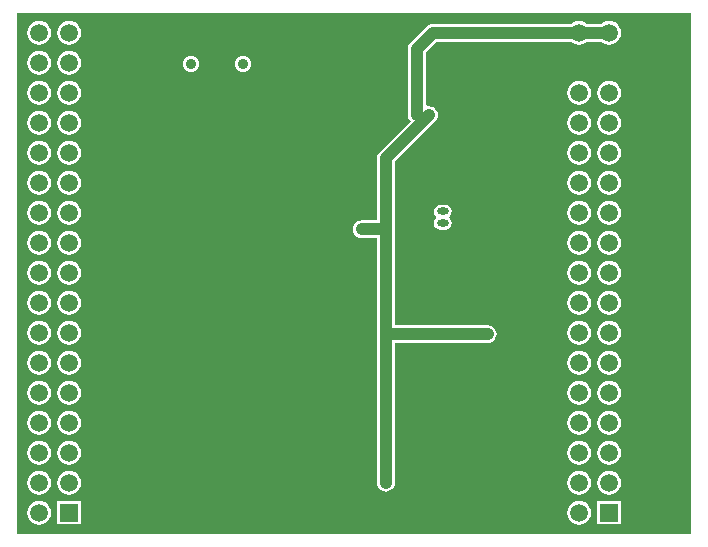
<source format=gbl>
G04 Layer_Physical_Order=2*
G04 Layer_Color=16711680*
%FSLAX25Y25*%
%MOIN*%
G70*
G01*
G75*
%ADD25C,0.03937*%
%ADD26C,0.01969*%
%ADD27C,0.03543*%
%ADD28R,0.05906X0.05906*%
%ADD29C,0.05906*%
%ADD30O,0.03937X0.02362*%
%ADD31C,0.03937*%
G36*
X226154Y1405D02*
X1405D01*
Y175095D01*
X226154D01*
Y1405D01*
D02*
G37*
%LPC*%
G36*
X188819Y62471D02*
X187791Y62336D01*
X186833Y61939D01*
X186011Y61308D01*
X185380Y60486D01*
X184983Y59528D01*
X184848Y58500D01*
X184983Y57472D01*
X185380Y56515D01*
X186011Y55692D01*
X186833Y55061D01*
X187791Y54664D01*
X188819Y54529D01*
X189847Y54664D01*
X190804Y55061D01*
X191627Y55692D01*
X192258Y56515D01*
X192655Y57472D01*
X192790Y58500D01*
X192655Y59528D01*
X192258Y60486D01*
X191627Y61308D01*
X190804Y61939D01*
X189847Y62336D01*
X188819Y62471D01*
D02*
G37*
G36*
X18819D02*
X17791Y62336D01*
X16833Y61939D01*
X16011Y61308D01*
X15380Y60486D01*
X14983Y59528D01*
X14848Y58500D01*
X14983Y57472D01*
X15380Y56515D01*
X16011Y55692D01*
X16833Y55061D01*
X17791Y54664D01*
X18819Y54529D01*
X19847Y54664D01*
X20804Y55061D01*
X21627Y55692D01*
X22258Y56515D01*
X22655Y57472D01*
X22790Y58500D01*
X22655Y59528D01*
X22258Y60486D01*
X21627Y61308D01*
X20804Y61939D01*
X19847Y62336D01*
X18819Y62471D01*
D02*
G37*
G36*
X8819Y72471D02*
X7791Y72336D01*
X6833Y71939D01*
X6011Y71308D01*
X5380Y70486D01*
X4983Y69528D01*
X4848Y68500D01*
X4983Y67472D01*
X5380Y66514D01*
X6011Y65692D01*
X6833Y65061D01*
X7791Y64664D01*
X8819Y64529D01*
X9847Y64664D01*
X10804Y65061D01*
X11627Y65692D01*
X12258Y66514D01*
X12655Y67472D01*
X12790Y68500D01*
X12655Y69528D01*
X12258Y70486D01*
X11627Y71308D01*
X10804Y71939D01*
X9847Y72336D01*
X8819Y72471D01*
D02*
G37*
G36*
X198819Y62471D02*
X197791Y62336D01*
X196833Y61939D01*
X196011Y61308D01*
X195380Y60486D01*
X194983Y59528D01*
X194848Y58500D01*
X194983Y57472D01*
X195380Y56515D01*
X196011Y55692D01*
X196833Y55061D01*
X197791Y54664D01*
X198819Y54529D01*
X199847Y54664D01*
X200804Y55061D01*
X201627Y55692D01*
X202258Y56515D01*
X202655Y57472D01*
X202790Y58500D01*
X202655Y59528D01*
X202258Y60486D01*
X201627Y61308D01*
X200804Y61939D01*
X199847Y62336D01*
X198819Y62471D01*
D02*
G37*
G36*
X188819Y52471D02*
X187791Y52336D01*
X186833Y51939D01*
X186011Y51308D01*
X185380Y50485D01*
X184983Y49528D01*
X184848Y48500D01*
X184983Y47472D01*
X185380Y46514D01*
X186011Y45692D01*
X186833Y45061D01*
X187791Y44664D01*
X188819Y44529D01*
X189847Y44664D01*
X190804Y45061D01*
X191627Y45692D01*
X192258Y46514D01*
X192655Y47472D01*
X192790Y48500D01*
X192655Y49528D01*
X192258Y50485D01*
X191627Y51308D01*
X190804Y51939D01*
X189847Y52336D01*
X188819Y52471D01*
D02*
G37*
G36*
X18819D02*
X17791Y52336D01*
X16833Y51939D01*
X16011Y51308D01*
X15380Y50485D01*
X14983Y49528D01*
X14848Y48500D01*
X14983Y47472D01*
X15380Y46514D01*
X16011Y45692D01*
X16833Y45061D01*
X17791Y44664D01*
X18819Y44529D01*
X19847Y44664D01*
X20804Y45061D01*
X21627Y45692D01*
X22258Y46514D01*
X22655Y47472D01*
X22790Y48500D01*
X22655Y49528D01*
X22258Y50485D01*
X21627Y51308D01*
X20804Y51939D01*
X19847Y52336D01*
X18819Y52471D01*
D02*
G37*
G36*
X8819Y62471D02*
X7791Y62336D01*
X6833Y61939D01*
X6011Y61308D01*
X5380Y60486D01*
X4983Y59528D01*
X4848Y58500D01*
X4983Y57472D01*
X5380Y56515D01*
X6011Y55692D01*
X6833Y55061D01*
X7791Y54664D01*
X8819Y54529D01*
X9847Y54664D01*
X10804Y55061D01*
X11627Y55692D01*
X12258Y56515D01*
X12655Y57472D01*
X12790Y58500D01*
X12655Y59528D01*
X12258Y60486D01*
X11627Y61308D01*
X10804Y61939D01*
X9847Y62336D01*
X8819Y62471D01*
D02*
G37*
G36*
X198819Y52471D02*
X197791Y52336D01*
X196833Y51939D01*
X196011Y51308D01*
X195380Y50485D01*
X194983Y49528D01*
X194848Y48500D01*
X194983Y47472D01*
X195380Y46514D01*
X196011Y45692D01*
X196833Y45061D01*
X197791Y44664D01*
X198819Y44529D01*
X199847Y44664D01*
X200804Y45061D01*
X201627Y45692D01*
X202258Y46514D01*
X202655Y47472D01*
X202790Y48500D01*
X202655Y49528D01*
X202258Y50485D01*
X201627Y51308D01*
X200804Y51939D01*
X199847Y52336D01*
X198819Y52471D01*
D02*
G37*
G36*
X188819Y82471D02*
X187791Y82336D01*
X186833Y81939D01*
X186011Y81308D01*
X185380Y80485D01*
X184983Y79528D01*
X184848Y78500D01*
X184983Y77472D01*
X185380Y76515D01*
X186011Y75692D01*
X186833Y75061D01*
X187791Y74664D01*
X188819Y74529D01*
X189847Y74664D01*
X190804Y75061D01*
X191627Y75692D01*
X192258Y76515D01*
X192655Y77472D01*
X192790Y78500D01*
X192655Y79528D01*
X192258Y80485D01*
X191627Y81308D01*
X190804Y81939D01*
X189847Y82336D01*
X188819Y82471D01*
D02*
G37*
G36*
X18819D02*
X17791Y82336D01*
X16833Y81939D01*
X16011Y81308D01*
X15380Y80485D01*
X14983Y79528D01*
X14848Y78500D01*
X14983Y77472D01*
X15380Y76515D01*
X16011Y75692D01*
X16833Y75061D01*
X17791Y74664D01*
X18819Y74529D01*
X19847Y74664D01*
X20804Y75061D01*
X21627Y75692D01*
X22258Y76515D01*
X22655Y77472D01*
X22790Y78500D01*
X22655Y79528D01*
X22258Y80485D01*
X21627Y81308D01*
X20804Y81939D01*
X19847Y82336D01*
X18819Y82471D01*
D02*
G37*
G36*
X8819Y92471D02*
X7791Y92336D01*
X6833Y91939D01*
X6011Y91308D01*
X5380Y90486D01*
X4983Y89528D01*
X4848Y88500D01*
X4983Y87472D01*
X5380Y86515D01*
X6011Y85692D01*
X6833Y85061D01*
X7791Y84664D01*
X8819Y84529D01*
X9847Y84664D01*
X10804Y85061D01*
X11627Y85692D01*
X12258Y86515D01*
X12655Y87472D01*
X12790Y88500D01*
X12655Y89528D01*
X12258Y90486D01*
X11627Y91308D01*
X10804Y91939D01*
X9847Y92336D01*
X8819Y92471D01*
D02*
G37*
G36*
X198819Y82471D02*
X197791Y82336D01*
X196833Y81939D01*
X196011Y81308D01*
X195380Y80485D01*
X194983Y79528D01*
X194848Y78500D01*
X194983Y77472D01*
X195380Y76515D01*
X196011Y75692D01*
X196833Y75061D01*
X197791Y74664D01*
X198819Y74529D01*
X199847Y74664D01*
X200804Y75061D01*
X201627Y75692D01*
X202258Y76515D01*
X202655Y77472D01*
X202790Y78500D01*
X202655Y79528D01*
X202258Y80485D01*
X201627Y81308D01*
X200804Y81939D01*
X199847Y82336D01*
X198819Y82471D01*
D02*
G37*
G36*
X188819Y72471D02*
X187791Y72336D01*
X186833Y71939D01*
X186011Y71308D01*
X185380Y70486D01*
X184983Y69528D01*
X184848Y68500D01*
X184983Y67472D01*
X185380Y66514D01*
X186011Y65692D01*
X186833Y65061D01*
X187791Y64664D01*
X188819Y64529D01*
X189847Y64664D01*
X190804Y65061D01*
X191627Y65692D01*
X192258Y66514D01*
X192655Y67472D01*
X192790Y68500D01*
X192655Y69528D01*
X192258Y70486D01*
X191627Y71308D01*
X190804Y71939D01*
X189847Y72336D01*
X188819Y72471D01*
D02*
G37*
G36*
X18819D02*
X17791Y72336D01*
X16833Y71939D01*
X16011Y71308D01*
X15380Y70486D01*
X14983Y69528D01*
X14848Y68500D01*
X14983Y67472D01*
X15380Y66514D01*
X16011Y65692D01*
X16833Y65061D01*
X17791Y64664D01*
X18819Y64529D01*
X19847Y64664D01*
X20804Y65061D01*
X21627Y65692D01*
X22258Y66514D01*
X22655Y67472D01*
X22790Y68500D01*
X22655Y69528D01*
X22258Y70486D01*
X21627Y71308D01*
X20804Y71939D01*
X19847Y72336D01*
X18819Y72471D01*
D02*
G37*
G36*
X8819Y82471D02*
X7791Y82336D01*
X6833Y81939D01*
X6011Y81308D01*
X5380Y80485D01*
X4983Y79528D01*
X4848Y78500D01*
X4983Y77472D01*
X5380Y76515D01*
X6011Y75692D01*
X6833Y75061D01*
X7791Y74664D01*
X8819Y74529D01*
X9847Y74664D01*
X10804Y75061D01*
X11627Y75692D01*
X12258Y76515D01*
X12655Y77472D01*
X12790Y78500D01*
X12655Y79528D01*
X12258Y80485D01*
X11627Y81308D01*
X10804Y81939D01*
X9847Y82336D01*
X8819Y82471D01*
D02*
G37*
G36*
X198819Y72471D02*
X197791Y72336D01*
X196833Y71939D01*
X196011Y71308D01*
X195380Y70486D01*
X194983Y69528D01*
X194848Y68500D01*
X194983Y67472D01*
X195380Y66514D01*
X196011Y65692D01*
X196833Y65061D01*
X197791Y64664D01*
X198819Y64529D01*
X199847Y64664D01*
X200804Y65061D01*
X201627Y65692D01*
X202258Y66514D01*
X202655Y67472D01*
X202790Y68500D01*
X202655Y69528D01*
X202258Y70486D01*
X201627Y71308D01*
X200804Y71939D01*
X199847Y72336D01*
X198819Y72471D01*
D02*
G37*
G36*
X8819Y52471D02*
X7791Y52336D01*
X6833Y51939D01*
X6011Y51308D01*
X5380Y50485D01*
X4983Y49528D01*
X4848Y48500D01*
X4983Y47472D01*
X5380Y46514D01*
X6011Y45692D01*
X6833Y45061D01*
X7791Y44664D01*
X8819Y44529D01*
X9847Y44664D01*
X10804Y45061D01*
X11627Y45692D01*
X12258Y46514D01*
X12655Y47472D01*
X12790Y48500D01*
X12655Y49528D01*
X12258Y50485D01*
X11627Y51308D01*
X10804Y51939D01*
X9847Y52336D01*
X8819Y52471D01*
D02*
G37*
G36*
X18819Y22471D02*
X17791Y22336D01*
X16833Y21939D01*
X16011Y21308D01*
X15380Y20485D01*
X14983Y19528D01*
X14848Y18500D01*
X14983Y17472D01*
X15380Y16514D01*
X16011Y15692D01*
X16833Y15061D01*
X17791Y14664D01*
X18819Y14529D01*
X19847Y14664D01*
X20804Y15061D01*
X21627Y15692D01*
X22258Y16514D01*
X22655Y17472D01*
X22790Y18500D01*
X22655Y19528D01*
X22258Y20485D01*
X21627Y21308D01*
X20804Y21939D01*
X19847Y22336D01*
X18819Y22471D01*
D02*
G37*
G36*
X8819D02*
X7791Y22336D01*
X6833Y21939D01*
X6011Y21308D01*
X5380Y20485D01*
X4983Y19528D01*
X4848Y18500D01*
X4983Y17472D01*
X5380Y16514D01*
X6011Y15692D01*
X6833Y15061D01*
X7791Y14664D01*
X8819Y14529D01*
X9847Y14664D01*
X10804Y15061D01*
X11627Y15692D01*
X12258Y16514D01*
X12655Y17472D01*
X12790Y18500D01*
X12655Y19528D01*
X12258Y20485D01*
X11627Y21308D01*
X10804Y21939D01*
X9847Y22336D01*
X8819Y22471D01*
D02*
G37*
G36*
X198819D02*
X197791Y22336D01*
X196833Y21939D01*
X196011Y21308D01*
X195380Y20485D01*
X194983Y19528D01*
X194848Y18500D01*
X194983Y17472D01*
X195380Y16514D01*
X196011Y15692D01*
X196833Y15061D01*
X197791Y14664D01*
X198819Y14529D01*
X199847Y14664D01*
X200804Y15061D01*
X201627Y15692D01*
X202258Y16514D01*
X202655Y17472D01*
X202790Y18500D01*
X202655Y19528D01*
X202258Y20485D01*
X201627Y21308D01*
X200804Y21939D01*
X199847Y22336D01*
X198819Y22471D01*
D02*
G37*
G36*
X188819D02*
X187791Y22336D01*
X186833Y21939D01*
X186011Y21308D01*
X185380Y20485D01*
X184983Y19528D01*
X184848Y18500D01*
X184983Y17472D01*
X185380Y16514D01*
X186011Y15692D01*
X186833Y15061D01*
X187791Y14664D01*
X188819Y14529D01*
X189847Y14664D01*
X190804Y15061D01*
X191627Y15692D01*
X192258Y16514D01*
X192655Y17472D01*
X192790Y18500D01*
X192655Y19528D01*
X192258Y20485D01*
X191627Y21308D01*
X190804Y21939D01*
X189847Y22336D01*
X188819Y22471D01*
D02*
G37*
G36*
Y12471D02*
X187791Y12336D01*
X186833Y11939D01*
X186011Y11308D01*
X185380Y10486D01*
X184983Y9528D01*
X184848Y8500D01*
X184983Y7472D01*
X185380Y6515D01*
X186011Y5692D01*
X186833Y5061D01*
X187791Y4664D01*
X188819Y4529D01*
X189847Y4664D01*
X190804Y5061D01*
X191627Y5692D01*
X192258Y6515D01*
X192655Y7472D01*
X192790Y8500D01*
X192655Y9528D01*
X192258Y10486D01*
X191627Y11308D01*
X190804Y11939D01*
X189847Y12336D01*
X188819Y12471D01*
D02*
G37*
G36*
X8819D02*
X7791Y12336D01*
X6833Y11939D01*
X6011Y11308D01*
X5380Y10486D01*
X4983Y9528D01*
X4848Y8500D01*
X4983Y7472D01*
X5380Y6515D01*
X6011Y5692D01*
X6833Y5061D01*
X7791Y4664D01*
X8819Y4529D01*
X9847Y4664D01*
X10804Y5061D01*
X11627Y5692D01*
X12258Y6515D01*
X12655Y7472D01*
X12790Y8500D01*
X12655Y9528D01*
X12258Y10486D01*
X11627Y11308D01*
X10804Y11939D01*
X9847Y12336D01*
X8819Y12471D01*
D02*
G37*
G36*
X202756Y12437D02*
X194882D01*
Y4563D01*
X202756D01*
Y12437D01*
D02*
G37*
G36*
X22756D02*
X14882D01*
Y4563D01*
X22756D01*
Y12437D01*
D02*
G37*
G36*
X18819Y42471D02*
X17791Y42336D01*
X16833Y41939D01*
X16011Y41308D01*
X15380Y40486D01*
X14983Y39528D01*
X14848Y38500D01*
X14983Y37472D01*
X15380Y36514D01*
X16011Y35692D01*
X16833Y35061D01*
X17791Y34664D01*
X18819Y34529D01*
X19847Y34664D01*
X20804Y35061D01*
X21627Y35692D01*
X22258Y36514D01*
X22655Y37472D01*
X22790Y38500D01*
X22655Y39528D01*
X22258Y40486D01*
X21627Y41308D01*
X20804Y41939D01*
X19847Y42336D01*
X18819Y42471D01*
D02*
G37*
G36*
X8819D02*
X7791Y42336D01*
X6833Y41939D01*
X6011Y41308D01*
X5380Y40486D01*
X4983Y39528D01*
X4848Y38500D01*
X4983Y37472D01*
X5380Y36514D01*
X6011Y35692D01*
X6833Y35061D01*
X7791Y34664D01*
X8819Y34529D01*
X9847Y34664D01*
X10804Y35061D01*
X11627Y35692D01*
X12258Y36514D01*
X12655Y37472D01*
X12790Y38500D01*
X12655Y39528D01*
X12258Y40486D01*
X11627Y41308D01*
X10804Y41939D01*
X9847Y42336D01*
X8819Y42471D01*
D02*
G37*
G36*
X198819D02*
X197791Y42336D01*
X196833Y41939D01*
X196011Y41308D01*
X195380Y40486D01*
X194983Y39528D01*
X194848Y38500D01*
X194983Y37472D01*
X195380Y36514D01*
X196011Y35692D01*
X196833Y35061D01*
X197791Y34664D01*
X198819Y34529D01*
X199847Y34664D01*
X200804Y35061D01*
X201627Y35692D01*
X202258Y36514D01*
X202655Y37472D01*
X202790Y38500D01*
X202655Y39528D01*
X202258Y40486D01*
X201627Y41308D01*
X200804Y41939D01*
X199847Y42336D01*
X198819Y42471D01*
D02*
G37*
G36*
X188819D02*
X187791Y42336D01*
X186833Y41939D01*
X186011Y41308D01*
X185380Y40486D01*
X184983Y39528D01*
X184848Y38500D01*
X184983Y37472D01*
X185380Y36514D01*
X186011Y35692D01*
X186833Y35061D01*
X187791Y34664D01*
X188819Y34529D01*
X189847Y34664D01*
X190804Y35061D01*
X191627Y35692D01*
X192258Y36514D01*
X192655Y37472D01*
X192790Y38500D01*
X192655Y39528D01*
X192258Y40486D01*
X191627Y41308D01*
X190804Y41939D01*
X189847Y42336D01*
X188819Y42471D01*
D02*
G37*
G36*
X18819Y32471D02*
X17791Y32336D01*
X16833Y31939D01*
X16011Y31308D01*
X15380Y30485D01*
X14983Y29528D01*
X14848Y28500D01*
X14983Y27472D01*
X15380Y26515D01*
X16011Y25692D01*
X16833Y25061D01*
X17791Y24664D01*
X18819Y24529D01*
X19847Y24664D01*
X20804Y25061D01*
X21627Y25692D01*
X22258Y26515D01*
X22655Y27472D01*
X22790Y28500D01*
X22655Y29528D01*
X22258Y30485D01*
X21627Y31308D01*
X20804Y31939D01*
X19847Y32336D01*
X18819Y32471D01*
D02*
G37*
G36*
X8819D02*
X7791Y32336D01*
X6833Y31939D01*
X6011Y31308D01*
X5380Y30485D01*
X4983Y29528D01*
X4848Y28500D01*
X4983Y27472D01*
X5380Y26515D01*
X6011Y25692D01*
X6833Y25061D01*
X7791Y24664D01*
X8819Y24529D01*
X9847Y24664D01*
X10804Y25061D01*
X11627Y25692D01*
X12258Y26515D01*
X12655Y27472D01*
X12790Y28500D01*
X12655Y29528D01*
X12258Y30485D01*
X11627Y31308D01*
X10804Y31939D01*
X9847Y32336D01*
X8819Y32471D01*
D02*
G37*
G36*
X198819D02*
X197791Y32336D01*
X196833Y31939D01*
X196011Y31308D01*
X195380Y30485D01*
X194983Y29528D01*
X194848Y28500D01*
X194983Y27472D01*
X195380Y26515D01*
X196011Y25692D01*
X196833Y25061D01*
X197791Y24664D01*
X198819Y24529D01*
X199847Y24664D01*
X200804Y25061D01*
X201627Y25692D01*
X202258Y26515D01*
X202655Y27472D01*
X202790Y28500D01*
X202655Y29528D01*
X202258Y30485D01*
X201627Y31308D01*
X200804Y31939D01*
X199847Y32336D01*
X198819Y32471D01*
D02*
G37*
G36*
X188819D02*
X187791Y32336D01*
X186833Y31939D01*
X186011Y31308D01*
X185380Y30485D01*
X184983Y29528D01*
X184848Y28500D01*
X184983Y27472D01*
X185380Y26515D01*
X186011Y25692D01*
X186833Y25061D01*
X187791Y24664D01*
X188819Y24529D01*
X189847Y24664D01*
X190804Y25061D01*
X191627Y25692D01*
X192258Y26515D01*
X192655Y27472D01*
X192790Y28500D01*
X192655Y29528D01*
X192258Y30485D01*
X191627Y31308D01*
X190804Y31939D01*
X189847Y32336D01*
X188819Y32471D01*
D02*
G37*
G36*
X18819Y92471D02*
X17791Y92336D01*
X16833Y91939D01*
X16011Y91308D01*
X15380Y90486D01*
X14983Y89528D01*
X14848Y88500D01*
X14983Y87472D01*
X15380Y86515D01*
X16011Y85692D01*
X16833Y85061D01*
X17791Y84664D01*
X18819Y84529D01*
X19847Y84664D01*
X20804Y85061D01*
X21627Y85692D01*
X22258Y86515D01*
X22655Y87472D01*
X22790Y88500D01*
X22655Y89528D01*
X22258Y90486D01*
X21627Y91308D01*
X20804Y91939D01*
X19847Y92336D01*
X18819Y92471D01*
D02*
G37*
G36*
X198819Y142471D02*
X197791Y142336D01*
X196833Y141939D01*
X196011Y141308D01*
X195380Y140486D01*
X194983Y139528D01*
X194848Y138500D01*
X194983Y137472D01*
X195380Y136514D01*
X196011Y135692D01*
X196833Y135061D01*
X197791Y134664D01*
X198819Y134529D01*
X199847Y134664D01*
X200804Y135061D01*
X201627Y135692D01*
X202258Y136514D01*
X202655Y137472D01*
X202790Y138500D01*
X202655Y139528D01*
X202258Y140486D01*
X201627Y141308D01*
X200804Y141939D01*
X199847Y142336D01*
X198819Y142471D01*
D02*
G37*
G36*
X188819D02*
X187791Y142336D01*
X186833Y141939D01*
X186011Y141308D01*
X185380Y140486D01*
X184983Y139528D01*
X184848Y138500D01*
X184983Y137472D01*
X185380Y136514D01*
X186011Y135692D01*
X186833Y135061D01*
X187791Y134664D01*
X188819Y134529D01*
X189847Y134664D01*
X190804Y135061D01*
X191627Y135692D01*
X192258Y136514D01*
X192655Y137472D01*
X192790Y138500D01*
X192655Y139528D01*
X192258Y140486D01*
X191627Y141308D01*
X190804Y141939D01*
X189847Y142336D01*
X188819Y142471D01*
D02*
G37*
G36*
X18819Y152471D02*
X17791Y152336D01*
X16833Y151939D01*
X16011Y151308D01*
X15380Y150486D01*
X14983Y149528D01*
X14848Y148500D01*
X14983Y147472D01*
X15380Y146514D01*
X16011Y145692D01*
X16833Y145061D01*
X17791Y144664D01*
X18819Y144529D01*
X19847Y144664D01*
X20804Y145061D01*
X21627Y145692D01*
X22258Y146514D01*
X22655Y147472D01*
X22790Y148500D01*
X22655Y149528D01*
X22258Y150486D01*
X21627Y151308D01*
X20804Y151939D01*
X19847Y152336D01*
X18819Y152471D01*
D02*
G37*
G36*
X8819D02*
X7791Y152336D01*
X6833Y151939D01*
X6011Y151308D01*
X5380Y150486D01*
X4983Y149528D01*
X4848Y148500D01*
X4983Y147472D01*
X5380Y146514D01*
X6011Y145692D01*
X6833Y145061D01*
X7791Y144664D01*
X8819Y144529D01*
X9847Y144664D01*
X10804Y145061D01*
X11627Y145692D01*
X12258Y146514D01*
X12655Y147472D01*
X12790Y148500D01*
X12655Y149528D01*
X12258Y150486D01*
X11627Y151308D01*
X10804Y151939D01*
X9847Y152336D01*
X8819Y152471D01*
D02*
G37*
G36*
X198819Y132471D02*
X197791Y132336D01*
X196833Y131939D01*
X196011Y131308D01*
X195380Y130485D01*
X194983Y129528D01*
X194848Y128500D01*
X194983Y127472D01*
X195380Y126514D01*
X196011Y125692D01*
X196833Y125061D01*
X197791Y124664D01*
X198819Y124529D01*
X199847Y124664D01*
X200804Y125061D01*
X201627Y125692D01*
X202258Y126514D01*
X202655Y127472D01*
X202790Y128500D01*
X202655Y129528D01*
X202258Y130485D01*
X201627Y131308D01*
X200804Y131939D01*
X199847Y132336D01*
X198819Y132471D01*
D02*
G37*
G36*
X188819D02*
X187791Y132336D01*
X186833Y131939D01*
X186011Y131308D01*
X185380Y130485D01*
X184983Y129528D01*
X184848Y128500D01*
X184983Y127472D01*
X185380Y126514D01*
X186011Y125692D01*
X186833Y125061D01*
X187791Y124664D01*
X188819Y124529D01*
X189847Y124664D01*
X190804Y125061D01*
X191627Y125692D01*
X192258Y126514D01*
X192655Y127472D01*
X192790Y128500D01*
X192655Y129528D01*
X192258Y130485D01*
X191627Y131308D01*
X190804Y131939D01*
X189847Y132336D01*
X188819Y132471D01*
D02*
G37*
G36*
X18819Y142471D02*
X17791Y142336D01*
X16833Y141939D01*
X16011Y141308D01*
X15380Y140486D01*
X14983Y139528D01*
X14848Y138500D01*
X14983Y137472D01*
X15380Y136514D01*
X16011Y135692D01*
X16833Y135061D01*
X17791Y134664D01*
X18819Y134529D01*
X19847Y134664D01*
X20804Y135061D01*
X21627Y135692D01*
X22258Y136514D01*
X22655Y137472D01*
X22790Y138500D01*
X22655Y139528D01*
X22258Y140486D01*
X21627Y141308D01*
X20804Y141939D01*
X19847Y142336D01*
X18819Y142471D01*
D02*
G37*
G36*
X8819D02*
X7791Y142336D01*
X6833Y141939D01*
X6011Y141308D01*
X5380Y140486D01*
X4983Y139528D01*
X4848Y138500D01*
X4983Y137472D01*
X5380Y136514D01*
X6011Y135692D01*
X6833Y135061D01*
X7791Y134664D01*
X8819Y134529D01*
X9847Y134664D01*
X10804Y135061D01*
X11627Y135692D01*
X12258Y136514D01*
X12655Y137472D01*
X12790Y138500D01*
X12655Y139528D01*
X12258Y140486D01*
X11627Y141308D01*
X10804Y141939D01*
X9847Y142336D01*
X8819Y142471D01*
D02*
G37*
G36*
X188819Y152471D02*
X187791Y152336D01*
X186833Y151939D01*
X186011Y151308D01*
X185380Y150486D01*
X184983Y149528D01*
X184848Y148500D01*
X184983Y147472D01*
X185380Y146514D01*
X186011Y145692D01*
X186833Y145061D01*
X187791Y144664D01*
X188819Y144529D01*
X189847Y144664D01*
X190804Y145061D01*
X191627Y145692D01*
X192258Y146514D01*
X192655Y147472D01*
X192790Y148500D01*
X192655Y149528D01*
X192258Y150486D01*
X191627Y151308D01*
X190804Y151939D01*
X189847Y152336D01*
X188819Y152471D01*
D02*
G37*
G36*
X8819Y172471D02*
X7791Y172336D01*
X6833Y171939D01*
X6011Y171308D01*
X5380Y170485D01*
X4983Y169528D01*
X4848Y168500D01*
X4983Y167472D01*
X5380Y166515D01*
X6011Y165692D01*
X6833Y165061D01*
X7791Y164664D01*
X8819Y164529D01*
X9847Y164664D01*
X10804Y165061D01*
X11627Y165692D01*
X12258Y166515D01*
X12655Y167472D01*
X12790Y168500D01*
X12655Y169528D01*
X12258Y170485D01*
X11627Y171308D01*
X10804Y171939D01*
X9847Y172336D01*
X8819Y172471D01*
D02*
G37*
G36*
X76772Y160851D02*
X76052Y160756D01*
X75382Y160478D01*
X74806Y160036D01*
X74364Y159461D01*
X74087Y158790D01*
X73992Y158071D01*
X74087Y157351D01*
X74364Y156681D01*
X74806Y156105D01*
X75382Y155664D01*
X76052Y155386D01*
X76772Y155291D01*
X77491Y155386D01*
X78162Y155664D01*
X78737Y156105D01*
X79179Y156681D01*
X79457Y157351D01*
X79551Y158071D01*
X79457Y158790D01*
X79179Y159461D01*
X78737Y160036D01*
X78162Y160478D01*
X77491Y160756D01*
X76772Y160851D01*
D02*
G37*
G36*
X198819Y172471D02*
X197791Y172336D01*
X196833Y171939D01*
X196233Y171478D01*
X191405D01*
X190804Y171939D01*
X189847Y172336D01*
X188819Y172471D01*
X187791Y172336D01*
X186833Y171939D01*
X186233Y171478D01*
X140154D01*
X139383Y171377D01*
X138664Y171079D01*
X138048Y170606D01*
X132713Y165271D01*
X132240Y164655D01*
X131942Y163936D01*
X131841Y163165D01*
Y141000D01*
X131942Y140229D01*
X132240Y139511D01*
X132621Y139014D01*
X122303Y128697D01*
X121830Y128080D01*
X121533Y127361D01*
X121431Y126591D01*
Y105978D01*
X116319D01*
X115548Y105877D01*
X114830Y105579D01*
X114213Y105106D01*
X113740Y104489D01*
X113442Y103771D01*
X113341Y103000D01*
X113442Y102229D01*
X113740Y101511D01*
X114213Y100894D01*
X114830Y100421D01*
X115548Y100123D01*
X116319Y100022D01*
X121431D01*
Y68504D01*
Y18504D01*
X121533Y17733D01*
X121830Y17015D01*
X122303Y16398D01*
X122920Y15925D01*
X123639Y15627D01*
X124409Y15526D01*
X125180Y15627D01*
X125899Y15925D01*
X126515Y16398D01*
X126989Y17015D01*
X127286Y17733D01*
X127388Y18504D01*
Y65022D01*
X158319D01*
X159090Y65123D01*
X159808Y65421D01*
X160425Y65894D01*
X160898Y66511D01*
X161196Y67229D01*
X161297Y68000D01*
X161196Y68771D01*
X160898Y69489D01*
X160425Y70106D01*
X159808Y70579D01*
X159090Y70877D01*
X158319Y70978D01*
X127388D01*
Y103150D01*
Y125357D01*
X140925Y138894D01*
X141398Y139511D01*
X141696Y140229D01*
X141746Y140615D01*
X141797Y141000D01*
X141746Y141385D01*
X141696Y141771D01*
X141398Y142489D01*
X140925Y143106D01*
X140308Y143579D01*
X139590Y143877D01*
X139204Y143928D01*
X138819Y143978D01*
X138297Y143910D01*
X137797Y144265D01*
Y161932D01*
X141387Y165522D01*
X186233D01*
X186833Y165061D01*
X187791Y164664D01*
X188819Y164529D01*
X189847Y164664D01*
X190804Y165061D01*
X191405Y165522D01*
X196233D01*
X196833Y165061D01*
X197791Y164664D01*
X198819Y164529D01*
X199847Y164664D01*
X200804Y165061D01*
X201627Y165692D01*
X202258Y166515D01*
X202655Y167472D01*
X202790Y168500D01*
X202655Y169528D01*
X202258Y170485D01*
X201627Y171308D01*
X200804Y171939D01*
X199847Y172336D01*
X198819Y172471D01*
D02*
G37*
G36*
X18819D02*
X17791Y172336D01*
X16833Y171939D01*
X16011Y171308D01*
X15380Y170485D01*
X14983Y169528D01*
X14848Y168500D01*
X14983Y167472D01*
X15380Y166515D01*
X16011Y165692D01*
X16833Y165061D01*
X17791Y164664D01*
X18819Y164529D01*
X19847Y164664D01*
X20804Y165061D01*
X21627Y165692D01*
X22258Y166515D01*
X22655Y167472D01*
X22790Y168500D01*
X22655Y169528D01*
X22258Y170485D01*
X21627Y171308D01*
X20804Y171939D01*
X19847Y172336D01*
X18819Y172471D01*
D02*
G37*
G36*
X8819Y162471D02*
X7791Y162336D01*
X6833Y161939D01*
X6011Y161308D01*
X5380Y160485D01*
X4983Y159528D01*
X4848Y158500D01*
X4983Y157472D01*
X5380Y156515D01*
X6011Y155692D01*
X6833Y155061D01*
X7791Y154664D01*
X8819Y154529D01*
X9847Y154664D01*
X10804Y155061D01*
X11627Y155692D01*
X12258Y156515D01*
X12655Y157472D01*
X12790Y158500D01*
X12655Y159528D01*
X12258Y160485D01*
X11627Y161308D01*
X10804Y161939D01*
X9847Y162336D01*
X8819Y162471D01*
D02*
G37*
G36*
X198819Y152471D02*
X197791Y152336D01*
X196833Y151939D01*
X196011Y151308D01*
X195380Y150486D01*
X194983Y149528D01*
X194848Y148500D01*
X194983Y147472D01*
X195380Y146514D01*
X196011Y145692D01*
X196833Y145061D01*
X197791Y144664D01*
X198819Y144529D01*
X199847Y144664D01*
X200804Y145061D01*
X201627Y145692D01*
X202258Y146514D01*
X202655Y147472D01*
X202790Y148500D01*
X202655Y149528D01*
X202258Y150486D01*
X201627Y151308D01*
X200804Y151939D01*
X199847Y152336D01*
X198819Y152471D01*
D02*
G37*
G36*
X59449Y160851D02*
X58729Y160756D01*
X58059Y160478D01*
X57483Y160036D01*
X57042Y159461D01*
X56764Y158790D01*
X56669Y158071D01*
X56764Y157351D01*
X57042Y156681D01*
X57483Y156105D01*
X58059Y155664D01*
X58729Y155386D01*
X59449Y155291D01*
X60168Y155386D01*
X60839Y155664D01*
X61414Y156105D01*
X61856Y156681D01*
X62134Y157351D01*
X62229Y158071D01*
X62134Y158790D01*
X61856Y159461D01*
X61414Y160036D01*
X60839Y160478D01*
X60168Y160756D01*
X59449Y160851D01*
D02*
G37*
G36*
X18819Y162471D02*
X17791Y162336D01*
X16833Y161939D01*
X16011Y161308D01*
X15380Y160485D01*
X14983Y159528D01*
X14848Y158500D01*
X14983Y157472D01*
X15380Y156515D01*
X16011Y155692D01*
X16833Y155061D01*
X17791Y154664D01*
X18819Y154529D01*
X19847Y154664D01*
X20804Y155061D01*
X21627Y155692D01*
X22258Y156515D01*
X22655Y157472D01*
X22790Y158500D01*
X22655Y159528D01*
X22258Y160485D01*
X21627Y161308D01*
X20804Y161939D01*
X19847Y162336D01*
X18819Y162471D01*
D02*
G37*
G36*
X198819Y102471D02*
X197791Y102336D01*
X196833Y101939D01*
X196011Y101308D01*
X195380Y100486D01*
X194983Y99528D01*
X194848Y98500D01*
X194983Y97472D01*
X195380Y96514D01*
X196011Y95692D01*
X196833Y95061D01*
X197791Y94664D01*
X198819Y94529D01*
X199847Y94664D01*
X200804Y95061D01*
X201627Y95692D01*
X202258Y96514D01*
X202655Y97472D01*
X202790Y98500D01*
X202655Y99528D01*
X202258Y100486D01*
X201627Y101308D01*
X200804Y101939D01*
X199847Y102336D01*
X198819Y102471D01*
D02*
G37*
G36*
X188819D02*
X187791Y102336D01*
X186833Y101939D01*
X186011Y101308D01*
X185380Y100486D01*
X184983Y99528D01*
X184848Y98500D01*
X184983Y97472D01*
X185380Y96514D01*
X186011Y95692D01*
X186833Y95061D01*
X187791Y94664D01*
X188819Y94529D01*
X189847Y94664D01*
X190804Y95061D01*
X191627Y95692D01*
X192258Y96514D01*
X192655Y97472D01*
X192790Y98500D01*
X192655Y99528D01*
X192258Y100486D01*
X191627Y101308D01*
X190804Y101939D01*
X189847Y102336D01*
X188819Y102471D01*
D02*
G37*
G36*
X8819Y112471D02*
X7791Y112336D01*
X6833Y111939D01*
X6011Y111308D01*
X5380Y110485D01*
X4983Y109528D01*
X4848Y108500D01*
X4983Y107472D01*
X5380Y106515D01*
X6011Y105692D01*
X6833Y105061D01*
X7791Y104664D01*
X8819Y104529D01*
X9847Y104664D01*
X10804Y105061D01*
X11627Y105692D01*
X12258Y106515D01*
X12655Y107472D01*
X12790Y108500D01*
X12655Y109528D01*
X12258Y110485D01*
X11627Y111308D01*
X10804Y111939D01*
X9847Y112336D01*
X8819Y112471D01*
D02*
G37*
G36*
X144106Y111145D02*
X142532D01*
X141687Y110977D01*
X140970Y110498D01*
X140492Y109782D01*
X140324Y108937D01*
X140492Y108092D01*
X140970Y107376D01*
X141206Y107219D01*
Y106719D01*
X140970Y106561D01*
X140492Y105845D01*
X140324Y105000D01*
X140492Y104155D01*
X140970Y103439D01*
X141687Y102960D01*
X142532Y102792D01*
X144106D01*
X144951Y102960D01*
X145667Y103439D01*
X146146Y104155D01*
X146314Y105000D01*
X146146Y105845D01*
X145667Y106561D01*
X145432Y106719D01*
Y107219D01*
X145667Y107376D01*
X146146Y108092D01*
X146314Y108937D01*
X146146Y109782D01*
X145667Y110498D01*
X144951Y110977D01*
X144106Y111145D01*
D02*
G37*
G36*
X198819Y92471D02*
X197791Y92336D01*
X196833Y91939D01*
X196011Y91308D01*
X195380Y90486D01*
X194983Y89528D01*
X194848Y88500D01*
X194983Y87472D01*
X195380Y86515D01*
X196011Y85692D01*
X196833Y85061D01*
X197791Y84664D01*
X198819Y84529D01*
X199847Y84664D01*
X200804Y85061D01*
X201627Y85692D01*
X202258Y86515D01*
X202655Y87472D01*
X202790Y88500D01*
X202655Y89528D01*
X202258Y90486D01*
X201627Y91308D01*
X200804Y91939D01*
X199847Y92336D01*
X198819Y92471D01*
D02*
G37*
G36*
X188819D02*
X187791Y92336D01*
X186833Y91939D01*
X186011Y91308D01*
X185380Y90486D01*
X184983Y89528D01*
X184848Y88500D01*
X184983Y87472D01*
X185380Y86515D01*
X186011Y85692D01*
X186833Y85061D01*
X187791Y84664D01*
X188819Y84529D01*
X189847Y84664D01*
X190804Y85061D01*
X191627Y85692D01*
X192258Y86515D01*
X192655Y87472D01*
X192790Y88500D01*
X192655Y89528D01*
X192258Y90486D01*
X191627Y91308D01*
X190804Y91939D01*
X189847Y92336D01*
X188819Y92471D01*
D02*
G37*
G36*
X18819Y102471D02*
X17791Y102336D01*
X16833Y101939D01*
X16011Y101308D01*
X15380Y100486D01*
X14983Y99528D01*
X14848Y98500D01*
X14983Y97472D01*
X15380Y96514D01*
X16011Y95692D01*
X16833Y95061D01*
X17791Y94664D01*
X18819Y94529D01*
X19847Y94664D01*
X20804Y95061D01*
X21627Y95692D01*
X22258Y96514D01*
X22655Y97472D01*
X22790Y98500D01*
X22655Y99528D01*
X22258Y100486D01*
X21627Y101308D01*
X20804Y101939D01*
X19847Y102336D01*
X18819Y102471D01*
D02*
G37*
G36*
X8819D02*
X7791Y102336D01*
X6833Y101939D01*
X6011Y101308D01*
X5380Y100486D01*
X4983Y99528D01*
X4848Y98500D01*
X4983Y97472D01*
X5380Y96514D01*
X6011Y95692D01*
X6833Y95061D01*
X7791Y94664D01*
X8819Y94529D01*
X9847Y94664D01*
X10804Y95061D01*
X11627Y95692D01*
X12258Y96514D01*
X12655Y97472D01*
X12790Y98500D01*
X12655Y99528D01*
X12258Y100486D01*
X11627Y101308D01*
X10804Y101939D01*
X9847Y102336D01*
X8819Y102471D01*
D02*
G37*
G36*
X18819Y112471D02*
X17791Y112336D01*
X16833Y111939D01*
X16011Y111308D01*
X15380Y110485D01*
X14983Y109528D01*
X14848Y108500D01*
X14983Y107472D01*
X15380Y106515D01*
X16011Y105692D01*
X16833Y105061D01*
X17791Y104664D01*
X18819Y104529D01*
X19847Y104664D01*
X20804Y105061D01*
X21627Y105692D01*
X22258Y106515D01*
X22655Y107472D01*
X22790Y108500D01*
X22655Y109528D01*
X22258Y110485D01*
X21627Y111308D01*
X20804Y111939D01*
X19847Y112336D01*
X18819Y112471D01*
D02*
G37*
G36*
X198819Y122471D02*
X197791Y122336D01*
X196833Y121939D01*
X196011Y121308D01*
X195380Y120485D01*
X194983Y119528D01*
X194848Y118500D01*
X194983Y117472D01*
X195380Y116515D01*
X196011Y115692D01*
X196833Y115061D01*
X197791Y114664D01*
X198819Y114529D01*
X199847Y114664D01*
X200804Y115061D01*
X201627Y115692D01*
X202258Y116515D01*
X202655Y117472D01*
X202790Y118500D01*
X202655Y119528D01*
X202258Y120485D01*
X201627Y121308D01*
X200804Y121939D01*
X199847Y122336D01*
X198819Y122471D01*
D02*
G37*
G36*
X188819D02*
X187791Y122336D01*
X186833Y121939D01*
X186011Y121308D01*
X185380Y120485D01*
X184983Y119528D01*
X184848Y118500D01*
X184983Y117472D01*
X185380Y116515D01*
X186011Y115692D01*
X186833Y115061D01*
X187791Y114664D01*
X188819Y114529D01*
X189847Y114664D01*
X190804Y115061D01*
X191627Y115692D01*
X192258Y116515D01*
X192655Y117472D01*
X192790Y118500D01*
X192655Y119528D01*
X192258Y120485D01*
X191627Y121308D01*
X190804Y121939D01*
X189847Y122336D01*
X188819Y122471D01*
D02*
G37*
G36*
X18819Y132471D02*
X17791Y132336D01*
X16833Y131939D01*
X16011Y131308D01*
X15380Y130485D01*
X14983Y129528D01*
X14848Y128500D01*
X14983Y127472D01*
X15380Y126514D01*
X16011Y125692D01*
X16833Y125061D01*
X17791Y124664D01*
X18819Y124529D01*
X19847Y124664D01*
X20804Y125061D01*
X21627Y125692D01*
X22258Y126514D01*
X22655Y127472D01*
X22790Y128500D01*
X22655Y129528D01*
X22258Y130485D01*
X21627Y131308D01*
X20804Y131939D01*
X19847Y132336D01*
X18819Y132471D01*
D02*
G37*
G36*
X8819D02*
X7791Y132336D01*
X6833Y131939D01*
X6011Y131308D01*
X5380Y130485D01*
X4983Y129528D01*
X4848Y128500D01*
X4983Y127472D01*
X5380Y126514D01*
X6011Y125692D01*
X6833Y125061D01*
X7791Y124664D01*
X8819Y124529D01*
X9847Y124664D01*
X10804Y125061D01*
X11627Y125692D01*
X12258Y126514D01*
X12655Y127472D01*
X12790Y128500D01*
X12655Y129528D01*
X12258Y130485D01*
X11627Y131308D01*
X10804Y131939D01*
X9847Y132336D01*
X8819Y132471D01*
D02*
G37*
G36*
X198819Y112471D02*
X197791Y112336D01*
X196833Y111939D01*
X196011Y111308D01*
X195380Y110485D01*
X194983Y109528D01*
X194848Y108500D01*
X194983Y107472D01*
X195380Y106515D01*
X196011Y105692D01*
X196833Y105061D01*
X197791Y104664D01*
X198819Y104529D01*
X199847Y104664D01*
X200804Y105061D01*
X201627Y105692D01*
X202258Y106515D01*
X202655Y107472D01*
X202790Y108500D01*
X202655Y109528D01*
X202258Y110485D01*
X201627Y111308D01*
X200804Y111939D01*
X199847Y112336D01*
X198819Y112471D01*
D02*
G37*
G36*
X188819D02*
X187791Y112336D01*
X186833Y111939D01*
X186011Y111308D01*
X185380Y110485D01*
X184983Y109528D01*
X184848Y108500D01*
X184983Y107472D01*
X185380Y106515D01*
X186011Y105692D01*
X186833Y105061D01*
X187791Y104664D01*
X188819Y104529D01*
X189847Y104664D01*
X190804Y105061D01*
X191627Y105692D01*
X192258Y106515D01*
X192655Y107472D01*
X192790Y108500D01*
X192655Y109528D01*
X192258Y110485D01*
X191627Y111308D01*
X190804Y111939D01*
X189847Y112336D01*
X188819Y112471D01*
D02*
G37*
G36*
X18819Y122471D02*
X17791Y122336D01*
X16833Y121939D01*
X16011Y121308D01*
X15380Y120485D01*
X14983Y119528D01*
X14848Y118500D01*
X14983Y117472D01*
X15380Y116515D01*
X16011Y115692D01*
X16833Y115061D01*
X17791Y114664D01*
X18819Y114529D01*
X19847Y114664D01*
X20804Y115061D01*
X21627Y115692D01*
X22258Y116515D01*
X22655Y117472D01*
X22790Y118500D01*
X22655Y119528D01*
X22258Y120485D01*
X21627Y121308D01*
X20804Y121939D01*
X19847Y122336D01*
X18819Y122471D01*
D02*
G37*
G36*
X8819D02*
X7791Y122336D01*
X6833Y121939D01*
X6011Y121308D01*
X5380Y120485D01*
X4983Y119528D01*
X4848Y118500D01*
X4983Y117472D01*
X5380Y116515D01*
X6011Y115692D01*
X6833Y115061D01*
X7791Y114664D01*
X8819Y114529D01*
X9847Y114664D01*
X10804Y115061D01*
X11627Y115692D01*
X12258Y116515D01*
X12655Y117472D01*
X12790Y118500D01*
X12655Y119528D01*
X12258Y120485D01*
X11627Y121308D01*
X10804Y121939D01*
X9847Y122336D01*
X8819Y122471D01*
D02*
G37*
%LPD*%
D25*
X188819Y168500D02*
X198819D01*
X140154D02*
X188819D01*
X134819Y163165D02*
X140154Y168500D01*
X134819Y141000D02*
Y163165D01*
X188819Y158500D02*
X198819D01*
X124409Y126591D02*
X138819Y141000D01*
X124913Y68000D02*
X158319D01*
X124409Y18504D02*
Y68504D01*
X116319Y103000D02*
X124260D01*
X124409Y68504D02*
Y103150D01*
Y126591D01*
D26*
X147069Y158500D02*
X188819D01*
X145069Y160500D02*
X147069Y158500D01*
X61197Y120646D02*
Y133858D01*
X57051Y116500D02*
X61197Y120646D01*
X50819Y116500D02*
X57051D01*
X50819Y81500D02*
X60819Y71500D01*
X50819Y81500D02*
Y112500D01*
X97819Y67000D02*
X103319Y72500D01*
X60819Y67000D02*
X97819D01*
X124409Y68504D02*
X124913Y68000D01*
X124260Y103000D02*
X124409Y103150D01*
X110630Y110811D02*
X116319Y116500D01*
X110630Y94189D02*
Y110811D01*
Y94189D02*
X117819Y87000D01*
X114669Y25850D02*
Y58000D01*
X106819Y18000D02*
X114669Y25850D01*
X132819Y75650D02*
X162539D01*
X168504Y69685D01*
X162539Y78970D02*
X171819Y88250D01*
X162539Y75650D02*
Y78970D01*
X162075Y79435D02*
Y109500D01*
Y79435D02*
X162539Y78970D01*
D27*
X76772Y158071D02*
D03*
X59449D02*
D03*
D28*
X18819Y8500D02*
D03*
X198819D02*
D03*
D29*
X8819D02*
D03*
X18819Y18500D02*
D03*
X8819D02*
D03*
X18819Y28500D02*
D03*
X8819D02*
D03*
X18819Y38500D02*
D03*
X8819D02*
D03*
X18819Y48500D02*
D03*
X8819D02*
D03*
X18819Y58500D02*
D03*
X8819D02*
D03*
X18819Y68500D02*
D03*
X8819D02*
D03*
X18819Y78500D02*
D03*
X8819D02*
D03*
X18819Y88500D02*
D03*
X8819D02*
D03*
X18819Y98500D02*
D03*
X8819D02*
D03*
X18819Y108500D02*
D03*
X8819D02*
D03*
X18819Y118500D02*
D03*
X8819D02*
D03*
X18819Y128500D02*
D03*
X8819D02*
D03*
X18819Y138500D02*
D03*
X8819D02*
D03*
X18819Y148500D02*
D03*
X8819D02*
D03*
X18819Y158500D02*
D03*
X8819D02*
D03*
X18819Y168500D02*
D03*
X8819D02*
D03*
X188819Y8500D02*
D03*
X198819Y18500D02*
D03*
X188819D02*
D03*
X198819Y28500D02*
D03*
X188819D02*
D03*
X198819Y38500D02*
D03*
X188819D02*
D03*
X198819Y48500D02*
D03*
X188819D02*
D03*
X198819Y58500D02*
D03*
X188819D02*
D03*
X198819Y68500D02*
D03*
X188819D02*
D03*
X198819Y78500D02*
D03*
X188819D02*
D03*
X198819Y88500D02*
D03*
X188819D02*
D03*
X198819Y98500D02*
D03*
X188819D02*
D03*
X198819Y108500D02*
D03*
X188819D02*
D03*
X198819Y118500D02*
D03*
X188819D02*
D03*
X198819Y128500D02*
D03*
X188819D02*
D03*
X198819Y138500D02*
D03*
X188819D02*
D03*
X198819Y148500D02*
D03*
X188819D02*
D03*
X198819Y158500D02*
D03*
X188819D02*
D03*
X198819Y168500D02*
D03*
X188819D02*
D03*
D30*
X143319Y108937D02*
D03*
Y105000D02*
D03*
D31*
X50819Y112500D02*
D03*
Y116500D02*
D03*
Y120500D02*
D03*
X145069Y160500D02*
D03*
Y154500D02*
D03*
X138819Y141000D02*
D03*
X134819D02*
D03*
X103319Y72500D02*
D03*
X114669Y58000D02*
D03*
X132819Y75650D02*
D03*
X117819Y87000D02*
D03*
X112319Y132500D02*
D03*
X107819Y123500D02*
D03*
Y128000D02*
D03*
Y132500D02*
D03*
X112319Y137000D02*
D03*
X107819D02*
D03*
X112319Y141500D02*
D03*
X107819D02*
D03*
X111069Y149500D02*
D03*
X60819Y67000D02*
D03*
Y71500D02*
D03*
X116319Y103000D02*
D03*
X158319Y68000D02*
D03*
X116319Y116500D02*
D03*
X106819Y18000D02*
D03*
X84319Y29224D02*
D03*
X163819Y25000D02*
D03*
X132319Y18000D02*
D03*
X162075Y109500D02*
D03*
X168504Y69685D02*
D03*
X171819Y88250D02*
D03*
X61197Y133858D02*
D03*
X124409Y18504D02*
D03*
X112205Y127953D02*
D03*
Y123228D02*
D03*
M02*

</source>
